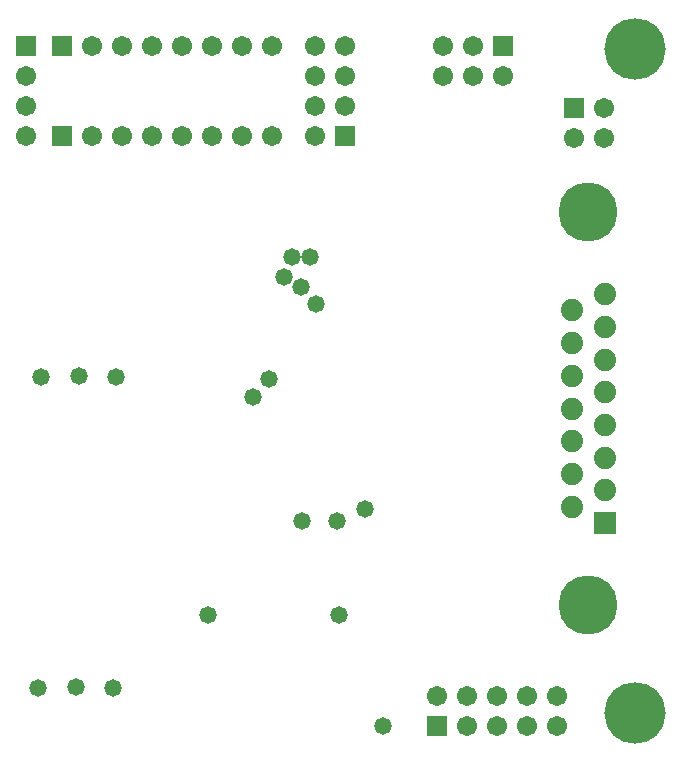
<source format=gbs>
%FSDAX24Y24*%
%MOIN*%
%SFA1B1*%

%IPPOS*%
%ADD45C,0.067100*%
%ADD46R,0.067100X0.067100*%
%ADD47R,0.067100X0.067100*%
%ADD48C,0.197000*%
%ADD49C,0.074500*%
%ADD50R,0.074500X0.074500*%
%ADD51C,0.058000*%
%ADD52C,0.204900*%
%LNmetr4810_pcb_b_layout-1*%
%LPD*%
G54D45*
X-001050Y019177D03*
X-002050D03*
X-001050Y020177D03*
X-002622Y000555D03*
Y-000445D03*
X-003622Y000555D03*
Y-000445D03*
X-004622Y000555D03*
Y-000445D03*
X-005622Y000555D03*
Y-000445D03*
X-006622Y000555D03*
X-012118Y022250D03*
X-013118D03*
X-014118D03*
X-015118D03*
X-016118D03*
X-017118D03*
X-018118D03*
X-012118Y019250D03*
X-013118D03*
X-014118D03*
X-015118D03*
X-016118D03*
X-017118D03*
X-018118D03*
X-006400Y021250D03*
Y022250D03*
X-005400Y021250D03*
Y022250D03*
X-004400Y021250D03*
X-010668Y019243D03*
X-009668Y020243D03*
X-010668D03*
X-009668Y021243D03*
X-010668D03*
X-009668Y022243D03*
X-010668D03*
X-020297Y021250D03*
Y020250D03*
Y019250D03*
G54D46*
X-002050Y020177D03*
X-009668Y019243D03*
X-020297Y022250D03*
G54D47*
X-006622Y-000445D03*
X-019118Y022250D03*
Y019250D03*
X-004400Y022250D03*
G54D48*
X-001560Y016709D03*
Y003591D03*
G54D49*
X-001001Y013967D03*
X-002119Y013422D03*
X-001001Y012876D03*
X-002119Y012331D03*
X-001001Y011786D03*
X-002119Y011241D03*
X-001001Y010695D03*
X-002119Y010150D03*
X-001001Y009605D03*
X-002119Y009059D03*
X-001001Y008514D03*
X-002119Y007969D03*
X-001001Y007424D03*
X-002119Y006878D03*
G54D50*
X-001001Y006333D03*
G54D51*
X-010650Y013650D03*
X-011150Y014200D03*
X-011100Y006400D03*
X-012200Y011150D03*
X-012750Y010550D03*
X-011700Y014550D03*
X-018532Y011236D03*
X-019800Y011200D03*
X-017300D03*
X-017400Y000850D03*
X-019900D03*
X-018632Y000886D03*
X-009878Y003278D03*
X-014250D03*
X-008400Y-000445D03*
X-009014Y006814D03*
X-009950Y006400D03*
X-011450Y015200D03*
X-010850D03*
G54D52*
X000000Y022150D03*
Y000000D03*
M02*
</source>
